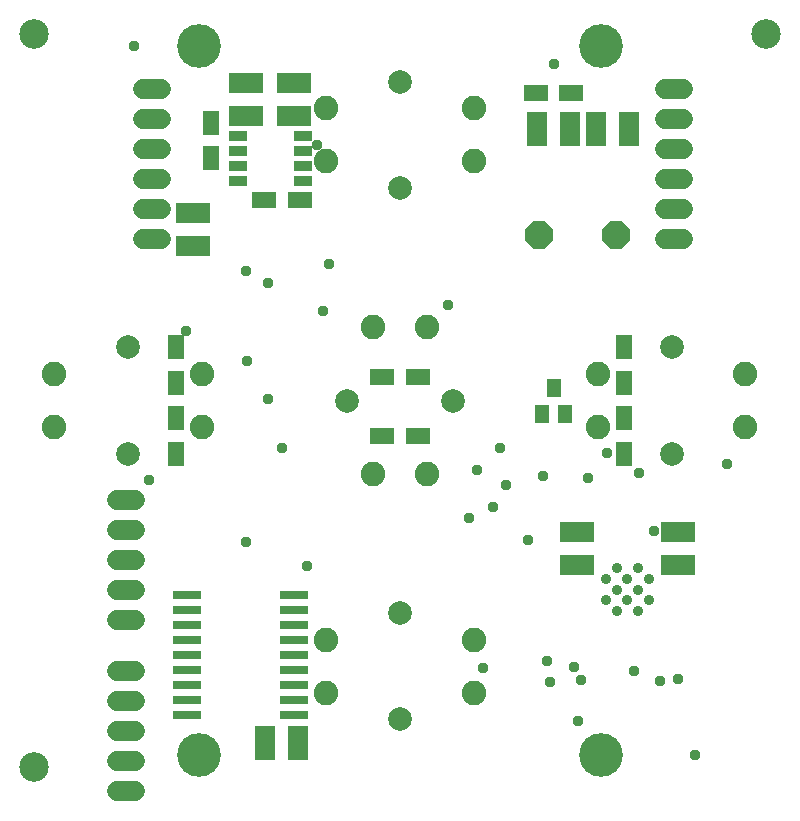
<source format=gbr>
G04 EAGLE Gerber RS-274X export*
G75*
%MOMM*%
%FSLAX34Y34*%
%LPD*%
%INSoldermask Bottom*%
%IPPOS*%
%AMOC8*
5,1,8,0,0,1.08239X$1,22.5*%
G01*
%ADD10C,3.703200*%
%ADD11P,2.336880X8X202.500000*%
%ADD12P,2.556822X8X202.500000*%
%ADD13R,2.903200X1.803200*%
%ADD14R,1.803200X2.903200*%
%ADD15R,1.503200X0.903200*%
%ADD16R,2.403200X0.803200*%
%ADD17C,1.875000*%
%ADD18C,2.078200*%
%ADD19C,2.003200*%
%ADD20C,1.524000*%
%ADD21C,1.727200*%
%ADD22R,1.403200X2.003200*%
%ADD23R,2.003200X1.403200*%
%ADD24R,1.203200X1.603200*%
%ADD25C,0.708000*%
%ADD26C,0.911200*%
%ADD27C,2.500000*%
%ADD28C,0.756400*%
%ADD29C,0.959600*%


D10*
X520000Y650000D03*
X180000Y650000D03*
X520000Y50000D03*
X180000Y50000D03*
D11*
X532512Y490000D03*
D12*
X532512Y490000D03*
D11*
X467488Y490000D03*
D12*
X467488Y490000D03*
D13*
X220000Y619000D03*
X220000Y591000D03*
X500000Y211000D03*
X500000Y239000D03*
X260000Y619000D03*
X260000Y591000D03*
X585000Y211000D03*
X585000Y239000D03*
D14*
X236000Y60000D03*
X264000Y60000D03*
X544000Y580000D03*
X516000Y580000D03*
D13*
X175000Y481000D03*
X175000Y509000D03*
D14*
X466000Y580000D03*
X494000Y580000D03*
D15*
X267500Y548650D03*
X267500Y535950D03*
X267500Y561350D03*
X267500Y574050D03*
X212500Y548650D03*
X212500Y535950D03*
X212500Y561350D03*
X212500Y574050D03*
D16*
X260000Y185000D03*
X260000Y172300D03*
X260000Y159600D03*
X260000Y146900D03*
X260000Y134200D03*
X260000Y121500D03*
X260000Y108800D03*
X260000Y96100D03*
X260000Y83400D03*
X169900Y83400D03*
X169900Y96100D03*
X169900Y108800D03*
X169900Y121500D03*
X169900Y134200D03*
X169900Y146900D03*
X169900Y159600D03*
X169900Y172300D03*
X169900Y185000D03*
D17*
X642500Y327500D03*
D18*
X642500Y327500D03*
D17*
X517500Y327500D03*
D18*
X517500Y327500D03*
D17*
X642500Y372500D03*
D18*
X642500Y372500D03*
D17*
X517500Y372500D03*
D18*
X517500Y372500D03*
D19*
X580000Y395000D03*
X580000Y305000D03*
D17*
X327500Y287500D03*
D18*
X327500Y287500D03*
D17*
X327500Y412500D03*
D18*
X327500Y412500D03*
D17*
X372500Y287500D03*
D18*
X372500Y287500D03*
D17*
X372500Y412500D03*
D18*
X372500Y412500D03*
D19*
X395000Y350000D03*
X305000Y350000D03*
D17*
X57500Y372500D03*
D18*
X57500Y372500D03*
D17*
X182500Y372500D03*
D18*
X182500Y372500D03*
D17*
X57500Y327500D03*
D18*
X57500Y327500D03*
D17*
X182500Y327500D03*
D18*
X182500Y327500D03*
D19*
X120000Y305000D03*
X120000Y395000D03*
D17*
X412500Y102500D03*
D18*
X412500Y102500D03*
D17*
X287500Y102500D03*
D18*
X287500Y102500D03*
D17*
X412500Y147500D03*
D18*
X412500Y147500D03*
D17*
X287500Y147500D03*
D18*
X287500Y147500D03*
D19*
X350000Y170000D03*
X350000Y80000D03*
D17*
X287500Y597500D03*
D18*
X287500Y597500D03*
D17*
X412500Y597500D03*
D18*
X412500Y597500D03*
D17*
X287500Y552500D03*
D18*
X287500Y552500D03*
D17*
X412500Y552500D03*
D18*
X412500Y552500D03*
D19*
X350000Y530000D03*
X350000Y620000D03*
D20*
X147620Y486500D02*
X132380Y486500D01*
D21*
X147620Y486500D01*
D20*
X147620Y511900D02*
X132380Y511900D01*
D21*
X147620Y511900D01*
D20*
X147620Y537300D02*
X132380Y537300D01*
D21*
X147620Y537300D01*
D20*
X147620Y562700D02*
X132380Y562700D01*
D21*
X147620Y562700D01*
D20*
X147620Y588100D02*
X132380Y588100D01*
D21*
X147620Y588100D01*
D20*
X147620Y613500D02*
X132380Y613500D01*
D21*
X147620Y613500D01*
D20*
X125720Y19200D02*
X110480Y19200D01*
D21*
X125720Y19200D01*
D20*
X125720Y44600D02*
X110480Y44600D01*
D21*
X125720Y44600D01*
D20*
X125720Y70000D02*
X110480Y70000D01*
D21*
X125720Y70000D01*
D20*
X125720Y95400D02*
X110480Y95400D01*
D21*
X125720Y95400D01*
D20*
X125720Y120800D02*
X110480Y120800D01*
D21*
X125720Y120800D01*
D20*
X125720Y164200D02*
X110480Y164200D01*
D21*
X125720Y164200D01*
D20*
X125720Y189600D02*
X110480Y189600D01*
D21*
X125720Y189600D01*
D20*
X125720Y215000D02*
X110480Y215000D01*
D21*
X125720Y215000D01*
D20*
X125720Y240400D02*
X110480Y240400D01*
D21*
X125720Y240400D01*
D20*
X125720Y265800D02*
X110480Y265800D01*
D21*
X125720Y265800D01*
D22*
X190000Y584990D03*
X190000Y555010D03*
X160000Y365010D03*
X160000Y394990D03*
D23*
X235010Y520000D03*
X264990Y520000D03*
X494990Y610000D03*
X465010Y610000D03*
X364990Y370000D03*
X335010Y370000D03*
D22*
X540000Y365010D03*
X540000Y394990D03*
X160000Y305010D03*
X160000Y334990D03*
X540000Y334990D03*
X540000Y305010D03*
D23*
X335010Y320000D03*
X364990Y320000D03*
D24*
X480000Y361000D03*
X470500Y339000D03*
X489500Y339000D03*
D25*
X560950Y199175D03*
D26*
X560950Y199175D03*
D25*
X560950Y180825D03*
D26*
X560950Y180825D03*
D25*
X551775Y208350D03*
D26*
X551775Y208350D03*
D25*
X551775Y190000D03*
D26*
X551775Y190000D03*
D25*
X551775Y171650D03*
D26*
X551775Y171650D03*
D25*
X542600Y199175D03*
D26*
X542600Y199175D03*
D25*
X542600Y180825D03*
D26*
X542600Y180825D03*
D25*
X533425Y208350D03*
D26*
X533425Y208350D03*
D25*
X533425Y190000D03*
D26*
X533425Y190000D03*
D25*
X533425Y171650D03*
D26*
X533425Y171650D03*
D25*
X524250Y199175D03*
D26*
X524250Y199175D03*
D25*
X524250Y180825D03*
D26*
X524250Y180825D03*
D20*
X574280Y613500D02*
X589520Y613500D01*
D21*
X574280Y613500D01*
D20*
X574280Y588100D02*
X589520Y588100D01*
D21*
X574280Y588100D01*
D20*
X574280Y562700D02*
X589520Y562700D01*
D21*
X574280Y562700D01*
D20*
X574280Y537300D02*
X589520Y537300D01*
D21*
X574280Y537300D01*
D20*
X574280Y511900D02*
X589520Y511900D01*
D21*
X574280Y511900D01*
D20*
X574280Y486500D02*
X589520Y486500D01*
D21*
X574280Y486500D01*
D27*
X40000Y40000D03*
X40000Y660000D03*
X660000Y660000D03*
D28*
X125000Y650000D03*
D29*
X125000Y650000D03*
D28*
X220000Y460000D03*
D29*
X220000Y460000D03*
D28*
X220000Y230000D03*
D29*
X220000Y230000D03*
D28*
X600000Y50000D03*
D29*
X600000Y50000D03*
D28*
X480000Y635000D03*
D29*
X480000Y635000D03*
D28*
X250000Y310000D03*
D29*
X250000Y310000D03*
D28*
X435000Y310000D03*
D29*
X435000Y310000D03*
D28*
X428863Y259917D03*
D29*
X428863Y259917D03*
D28*
X474348Y129072D03*
D29*
X474348Y129072D03*
D28*
X476711Y111351D03*
D29*
X476711Y111351D03*
D28*
X503293Y113714D03*
D29*
X503293Y113714D03*
D28*
X497672Y124042D03*
D29*
X497672Y124042D03*
D28*
X500931Y78718D03*
D29*
X500931Y78718D03*
D28*
X408188Y250170D03*
D29*
X408188Y250170D03*
D28*
X420002Y123756D03*
D29*
X420002Y123756D03*
D28*
X627176Y295951D03*
D29*
X627176Y295951D03*
D28*
X570340Y112532D03*
D29*
X570340Y112532D03*
D28*
X585404Y114009D03*
D29*
X585404Y114009D03*
D28*
X565319Y239242D03*
D29*
X565319Y239242D03*
D28*
X169241Y408778D03*
D29*
X169241Y408778D03*
D28*
X415572Y291520D03*
D29*
X415572Y291520D03*
D28*
X525445Y305698D03*
D29*
X525445Y305698D03*
D28*
X284727Y425909D03*
D29*
X284727Y425909D03*
D28*
X552619Y288271D03*
D29*
X552619Y288271D03*
D28*
X548484Y120802D03*
D29*
X548484Y120802D03*
D28*
X271140Y209558D03*
D29*
X271140Y209558D03*
D28*
X238651Y351183D03*
D29*
X238651Y351183D03*
D28*
X238651Y449833D03*
D29*
X238651Y449833D03*
D28*
X440086Y278081D03*
D29*
X440086Y278081D03*
D28*
X458782Y232153D03*
D29*
X458782Y232153D03*
D28*
X289748Y465783D03*
D29*
X289748Y465783D03*
D28*
X220339Y383377D03*
D29*
X220339Y383377D03*
D28*
X279532Y566674D03*
D29*
X279532Y566674D03*
D28*
X390761Y430635D03*
D29*
X390761Y430635D03*
D28*
X508905Y284727D03*
D29*
X508905Y284727D03*
D28*
X137342Y282660D03*
D29*
X137342Y282660D03*
D28*
X471395Y285760D03*
D29*
X471395Y285760D03*
M02*

</source>
